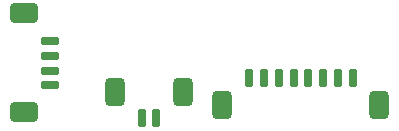
<source format=gbr>
%TF.GenerationSoftware,KiCad,Pcbnew,7.0.9*%
%TF.CreationDate,2024-04-07T02:27:09-04:00*%
%TF.ProjectId,rearbox_peripheral_io_bottom,72656172-626f-4785-9f70-657269706865,rev?*%
%TF.SameCoordinates,Original*%
%TF.FileFunction,Paste,Top*%
%TF.FilePolarity,Positive*%
%FSLAX46Y46*%
G04 Gerber Fmt 4.6, Leading zero omitted, Abs format (unit mm)*
G04 Created by KiCad (PCBNEW 7.0.9) date 2024-04-07 02:27:09*
%MOMM*%
%LPD*%
G01*
G04 APERTURE LIST*
G04 Aperture macros list*
%AMRoundRect*
0 Rectangle with rounded corners*
0 $1 Rounding radius*
0 $2 $3 $4 $5 $6 $7 $8 $9 X,Y pos of 4 corners*
0 Add a 4 corners polygon primitive as box body*
4,1,4,$2,$3,$4,$5,$6,$7,$8,$9,$2,$3,0*
0 Add four circle primitives for the rounded corners*
1,1,$1+$1,$2,$3*
1,1,$1+$1,$4,$5*
1,1,$1+$1,$6,$7*
1,1,$1+$1,$8,$9*
0 Add four rect primitives between the rounded corners*
20,1,$1+$1,$2,$3,$4,$5,0*
20,1,$1+$1,$4,$5,$6,$7,0*
20,1,$1+$1,$6,$7,$8,$9,0*
20,1,$1+$1,$8,$9,$2,$3,0*%
G04 Aperture macros list end*
%ADD10RoundRect,0.425000X-0.425000X-0.775000X0.425000X-0.775000X0.425000X0.775000X-0.425000X0.775000X0*%
%ADD11RoundRect,0.150000X-0.150000X-0.650000X0.150000X-0.650000X0.150000X0.650000X-0.150000X0.650000X0*%
%ADD12RoundRect,0.425000X0.775000X-0.425000X0.775000X0.425000X-0.775000X0.425000X-0.775000X-0.425000X0*%
%ADD13RoundRect,0.150000X0.650000X-0.150000X0.650000X0.150000X-0.650000X0.150000X-0.650000X-0.150000X0*%
%ADD14RoundRect,0.425000X0.425000X0.775000X-0.425000X0.775000X-0.425000X-0.775000X0.425000X-0.775000X0*%
%ADD15RoundRect,0.150000X0.150000X0.650000X-0.150000X0.650000X-0.150000X-0.650000X0.150000X-0.650000X0*%
G04 APERTURE END LIST*
D10*
%TO.C,J2*%
X61424500Y-77694500D03*
X67174500Y-77694500D03*
D11*
X64924500Y-79944500D03*
X63674500Y-79944500D03*
%TD*%
D12*
%TO.C,J4*%
X53691500Y-79398500D03*
X53691500Y-71048500D03*
D13*
X55941500Y-73398500D03*
X55941500Y-74648500D03*
X55941500Y-75898500D03*
X55941500Y-77148500D03*
%TD*%
D14*
%TO.C,Input1*%
X83798500Y-78769500D03*
X70448500Y-78769500D03*
D15*
X72798500Y-76519500D03*
X74048500Y-76519500D03*
X75298500Y-76519500D03*
X76548500Y-76519500D03*
X77798500Y-76519500D03*
X79048500Y-76519500D03*
X80298500Y-76519500D03*
X81548500Y-76519500D03*
%TD*%
M02*

</source>
